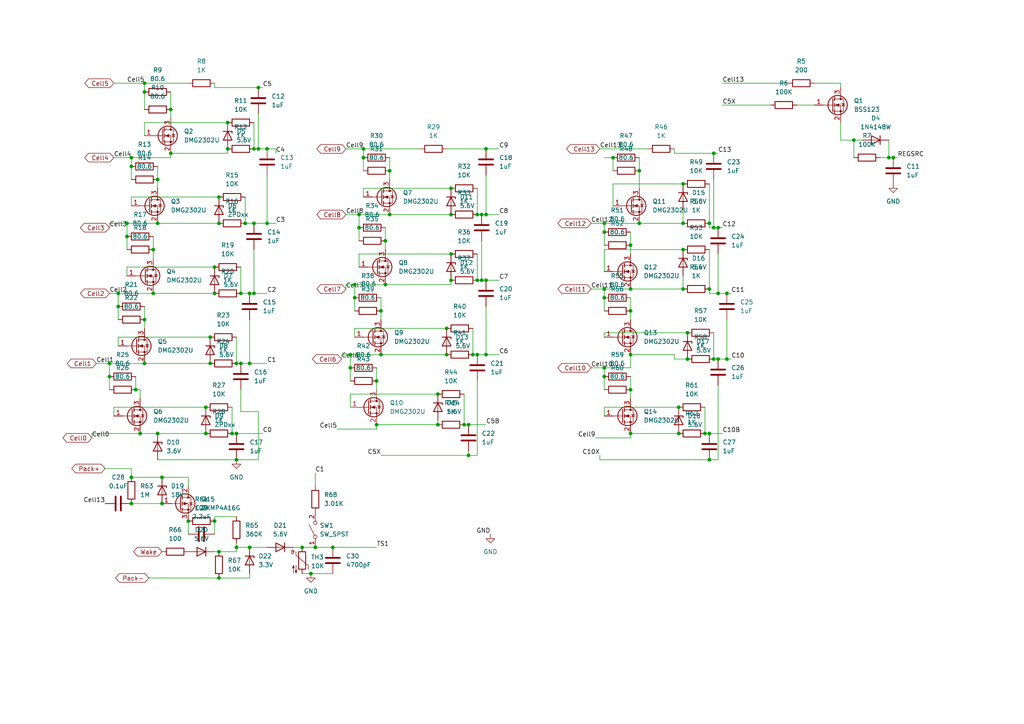
<source format=kicad_sch>
(kicad_sch (version 20250114) (generator "eeschema") (generator_version "9.0")
  (paper "A4")
  (lib_symbols
    (symbol "Device:C" (pin_numbers (hide yes)) (pin_names (offset 0.254))
      (property "Reference" "C" (at 0.635 2.54 0))
      (property "Value" "C" (at 0.635 -2.54 0))
      (symbol "C_1_1"
        (pin passive line (at 0 3.81 270) (length 2.794) (name "~") (number "1"))
        (pin passive line (at 0 -3.81 90) (length 2.794) (name "~") (number "2"))
      )
    )
    (symbol "Device:D" (pin_numbers (hide yes)) (pin_names (offset 1.016) (hide yes))
      (property "Reference" "D" (at 0 2.54 0))
      (property "Value" "D" (at 0 -2.54 0))
      (symbol "D_1_1"
        (pin passive line (at -3.81 0 0) (length 2.54) (name "K") (number "1"))
        (pin passive line (at 3.81 0 180) (length 2.54) (name "A") (number "2"))
      )
    )
    (symbol "Device:R" (pin_numbers (hide yes)) (pin_names (offset 0))
      (property "Reference" "R" (at 2.032 0 90))
      (property "Value" "R" (at 0 0 90))
      (symbol "R_1_1"
        (pin passive line (at 0 3.81 270) (length 1.27) (name "~") (number "1"))
        (pin passive line (at 0 -3.81 90) (length 1.27) (name "~") (number "2"))
      )
    )
    (symbol "Device:Thermistor_NTC" (pin_numbers (hide yes)) (pin_names (offset 0))
      (property "Reference" "TH" (at -4.445 0 90))
      (property "Value" "Thermistor_NTC" (at 3.175 0 90))
      (symbol "Thermistor_NTC_1_1"
        (pin passive line (at 0 3.81 270) (length 1.27) (name "~") (number "1"))
        (pin passive line (at 0 -3.81 90) (length 1.27) (name "~") (number "2"))
      )
    )
    (symbol "Diode:1N4148W" (pin_numbers (hide yes)) (pin_names (hide yes))
      (property "Reference" "D" (at 0 2.54 0))
      (property "Value" "1N4148W" (at 0 -2.54 0))
      (symbol "1N4148W_1_1"
        (pin passive line (at -3.81 0 0) (length 2.54) (name "K") (number "1"))
        (pin passive line (at 3.81 0 180) (length 2.54) (name "A") (number "2"))
      )
    )
    (symbol "Diode:ZMMxx" (pin_numbers (hide yes)) (pin_names (hide yes))
      (property "Reference" "D" (at 0 2.54 0))
      (property "Value" "ZMMxx" (at 0 -2.54 0))
      (symbol "ZMMxx_1_1"
        (pin passive line (at -3.81 0 0) (length 2.54) (name "K") (number "1"))
        (pin passive line (at 3.81 0 180) (length 2.54) (name "A") (number "2"))
      )
    )
    (symbol "Diode:ZPDxx" (pin_numbers (hide yes)) (pin_names (hide yes))
      (property "Reference" "D" (at 0 2.54 0))
      (property "Value" "ZPDxx" (at 0 -2.54 0))
      (symbol "ZPDxx_1_1"
        (pin passive line (at -3.81 0 0) (length 2.54) (name "K") (number "1"))
        (pin passive line (at 3.81 0 180) (length 2.54) (name "A") (number "2"))
      )
    )
    (symbol "Switch:SW_SPST" (pin_names (offset 0) (hide yes))
      (property "Reference" "SW" (at 0 3.175 0))
      (property "Value" "SW_SPST" (at 0 -2.54 0))
      (symbol "SW_SPST_1_1"
        (pin passive line (at -5.08 0 0) (length 2.54) (name "A") (number "1"))
        (pin passive line (at 5.08 0 180) (length 2.54) (name "B") (number "2"))
      )
    )
    (symbol "Transistor_FET:BSS123" (pin_names (hide yes))
      (property "Reference" "Q" (at 5.08 1.905 0))
      (property "Value" "BSS123" (at 5.08 0 0))
      (symbol "BSS123_1_1"
        (pin input line (at -5.08 0 0) (length 2.54) (name "G") (number "1"))
        (pin passive line (at 2.54 5.08 270) (length 2.54) (name "D") (number "3"))
        (pin passive line (at 2.54 -5.08 90) (length 2.54) (name "S") (number "2"))
      )
    )
    (symbol "Transistor_FET:DMG2302U" (pin_names (hide yes))
      (property "Reference" "Q" (at 5.08 1.905 0))
      (property "Value" "DMG2302U" (at 5.08 0 0))
      (symbol "DMG2302U_1_1"
        (pin input line (at -5.08 0 0) (length 2.54) (name "G") (number "1"))
        (pin passive line (at 2.54 5.08 270) (length 2.54) (name "D") (number "3"))
        (pin passive line (at 2.54 -5.08 90) (length 2.54) (name "S") (number "2"))
      )
    )
    (symbol "Transistor_FET:ZXMP4A16G" (pin_names (hide yes))
      (property "Reference" "Q" (at 5.08 1.905 0))
      (property "Value" "ZXMP4A16G" (at 5.08 0 0))
      (symbol "ZXMP4A16G_1_1"
        (pin input line (at -5.08 0 0) (length 2.54) (name "G") (number "1"))
        (pin passive line (at 2.54 5.08 270) (length 2.54) (name "D") (number "2"))
        (pin passive line (at 2.54 -5.08 90) (length 2.54) (name "S") (number "3"))
      )
    )
    (symbol "power:GND" (power) (pin_numbers (hide yes)) (pin_names (offset 0) (hide yes))
      (property "Value" "GND" (at 0 -3.81 0))
      (symbol "GND_1_1"
        (pin power_in line (at 0 0 270) (length 0) (name "~") (number "1"))
      )
    )
  )
  (junction (at 31.75 109.22))
  (junction (at 205.74 125.73))
  (junction (at 39.37 113.03))
  (junction (at 49.53 31.75))
  (junction (at 38.1 48.26))
  (junction (at 140.97 62.23))
  (junction (at 34.29 85.09))
  (junction (at 247.65 40.64))
  (junction (at 198.12 53.34))
  (junction (at 182.88 125.73))
  (junction (at 67.31 125.73))
  (junction (at 110.49 102.87))
  (junction (at 63.5 167.64))
  (junction (at 199.39 104.14))
  (junction (at 60.96 105.41))
  (junction (at 127 114.3))
  (junction (at 182.88 90.17))
  (junction (at 36.83 68.58))
  (junction (at 91.44 158.75))
  (junction (at 73.66 85.09))
  (junction (at 41.91 105.41))
  (junction (at 44.45 85.09))
  (junction (at 77.47 64.77))
  (junction (at 105.41 43.18))
  (junction (at 62.23 151.13))
  (junction (at 175.26 106.68))
  (junction (at 74.93 43.18))
  (junction (at 62.23 85.09))
  (junction (at 185.42 64.77))
  (junction (at 68.58 133.35))
  (junction (at 71.12 64.77))
  (junction (at 45.72 64.77))
  (junction (at 208.28 66.04))
  (junction (at 196.85 118.11))
  (junction (at 208.28 104.14))
  (junction (at 207.01 104.14))
  (junction (at 113.03 62.23))
  (junction (at 63.5 64.77))
  (junction (at 137.16 102.87))
  (junction (at 104.14 62.23))
  (junction (at 45.72 52.07))
  (junction (at 102.87 82.55))
  (junction (at 96.52 158.75))
  (junction (at 134.62 123.19))
  (junction (at 140.97 81.28))
  (junction (at 175.26 109.22))
  (junction (at 113.03 49.53))
  (junction (at 175.26 67.31))
  (junction (at 205.74 83.82))
  (junction (at 138.43 102.87))
  (junction (at 127 123.19))
  (junction (at 68.58 125.73))
  (junction (at 109.22 110.49))
  (junction (at 66.04 35.56))
  (junction (at 259.08 45.72))
  (junction (at 182.88 102.87))
  (junction (at 140.97 43.18))
  (junction (at 185.42 49.53))
  (junction (at 41.91 26.67))
  (junction (at 74.93 25.4))
  (junction (at 49.53 44.45))
  (junction (at 87.63 158.75))
  (junction (at 130.81 54.61))
  (junction (at 38.1 138.43))
  (junction (at 36.83 64.77))
  (junction (at 182.88 71.12))
  (junction (at 44.45 72.39))
  (junction (at 111.76 82.55))
  (junction (at 45.72 125.73))
  (junction (at 257.81 45.72))
  (junction (at 207.01 44.45))
  (junction (at 102.87 86.36))
  (junction (at 60.96 97.79))
  (junction (at 130.81 62.23))
  (junction (at 109.22 123.19))
  (junction (at 175.26 64.77))
  (junction (at 130.81 73.66))
  (junction (at 38.1 146.05))
  (junction (at 130.81 81.28))
  (junction (at 196.85 125.73))
  (junction (at 198.12 64.77))
  (junction (at 46.99 146.05))
  (junction (at 210.82 85.09))
  (junction (at 199.39 96.52))
  (junction (at 129.54 102.87))
  (junction (at 101.6 102.87))
  (junction (at 135.89 132.08))
  (junction (at 205.74 133.35))
  (junction (at 63.5 160.02))
  (junction (at 63.5 57.15))
  (junction (at 77.47 43.18))
  (junction (at 138.43 62.23))
  (junction (at 101.6 106.68))
  (junction (at 182.88 113.03))
  (junction (at 175.26 83.82))
  (junction (at 73.66 64.77))
  (junction (at 129.54 95.25))
  (junction (at 204.47 125.73))
  (junction (at 73.66 43.18))
  (junction (at 138.43 81.28))
  (junction (at 135.89 123.19))
  (junction (at 68.58 158.75))
  (junction (at 72.39 158.75))
  (junction (at 54.61 151.13))
  (junction (at 177.8 45.72))
  (junction (at 208.28 85.09))
  (junction (at 198.12 83.82))
  (junction (at 34.29 88.9))
  (junction (at 41.91 24.13))
  (junction (at 182.88 83.82))
  (junction (at 69.85 105.41))
  (junction (at 175.26 86.36))
  (junction (at 62.23 77.47))
  (junction (at 38.1 45.72))
  (junction (at 105.41 45.72))
  (junction (at 59.69 125.73))
  (junction (at 110.49 90.17))
  (junction (at 68.58 105.41))
  (junction (at 66.04 43.18))
  (junction (at 31.75 105.41))
  (junction (at 207.01 66.04))
  (junction (at 72.39 105.41))
  (junction (at 46.99 138.43))
  (junction (at 111.76 69.85))
  (junction (at 104.14 66.04))
  (junction (at 41.91 92.71))
  (junction (at 205.74 64.77))
  (junction (at 198.12 72.39))
  (junction (at 140.97 102.87))
  (junction (at 72.39 85.09))
  (junction (at 59.69 118.11))
  (junction (at 210.82 104.14))
  (junction (at 139.7 81.28))
  (junction (at 69.85 85.09))
  (junction (at 90.17 166.37))
  (junction (at 40.64 125.73))
  (junction (at 139.7 62.23))
  (wire (pts (xy 137.16 95.25) (xy 137.16 102.87)))
  (wire (pts (xy 90.17 166.37) (xy 96.52 166.37)))
  (wire (pts (xy 182.88 86.36) (xy 182.88 90.17)))
  (wire (pts (xy 54.61 151.13) (xy 54.61 154.94)))
  (wire (pts (xy 62.23 151.13) (xy 62.23 154.94)))
  (wire (pts (xy 204.47 118.11) (xy 204.47 125.73)))
  (wire (pts (xy 38.1 45.72) (xy 38.1 48.26)))
  (wire (pts (xy 44.45 68.58) (xy 44.45 72.39)))
  (wire (pts (xy 182.88 102.87) (xy 195.58 102.87)))
  (wire (pts (xy 31.75 105.41) (xy 41.91 105.41)))
  (wire (pts (xy 138.43 73.66) (xy 138.43 81.28)))
  (wire (pts (xy 73.66 64.77) (xy 77.47 64.77)))
  (wire (pts (xy 140.97 62.23) (xy 144.78 62.23)))
  (wire (pts (xy 80.01 43.18) (xy 80.01 44.45)))
  (wire (pts (xy 74.93 33.02) (xy 74.93 43.18)))
  (wire (pts (xy 138.43 81.28) (xy 139.7 81.28)))
  (wire (pts (xy 36.83 64.77) (xy 36.83 68.58)))
  (wire (pts (xy 72.39 158.75) (xy 68.58 158.75)))
  (wire (pts (xy 127 123.19) (xy 127 121.92)))
  (wire (pts (xy 111.76 69.85) (xy 111.76 72.39)))
  (wire (pts (xy 182.88 90.17) (xy 182.88 92.71)))
  (wire (pts (xy 185.42 64.77) (xy 198.12 64.77)))
  (wire (pts (xy 182.88 109.22) (xy 182.88 113.03)))
  (wire (pts (xy 208.28 85.09) (xy 205.74 85.09)))
  (wire (pts (xy 247.65 40.64) (xy 250.19 40.64)))
  (wire (pts (xy 76.2 25.4) (xy 74.93 25.4)))
  (wire (pts (xy 182.88 102.87) (xy 182.88 106.68)))
  (wire (pts (xy 104.14 62.23) (xy 104.14 66.04)))
  (wire (pts (xy 38.1 138.43) (xy 38.1 135.89)))
  (wire (pts (xy 77.47 43.18) (xy 80.01 43.18)))
  (wire (pts (xy 175.26 64.77) (xy 175.26 67.31)))
  (wire (pts (xy 205.74 85.09) (xy 205.74 83.82)))
  (wire (pts (xy 137.16 102.87) (xy 138.43 102.87)))
  (wire (pts (xy 85.09 158.75) (xy 87.63 158.75)))
  (wire (pts (xy 102.87 82.55) (xy 102.87 86.36)))
  (wire (pts (xy 74.93 43.18) (xy 77.47 43.18)))
  (wire (pts (xy 208.28 73.66) (xy 208.28 85.09)))
  (wire (pts (xy 104.14 62.23) (xy 113.03 62.23)))
  (wire (pts (xy 257.81 45.72) (xy 259.08 45.72)))
  (wire (pts (xy 140.97 81.28) (xy 144.78 81.28)))
  (wire (pts (xy 62.23 25.4) (xy 62.23 24.13)))
  (wire (pts (xy 204.47 125.73) (xy 205.74 125.73)))
  (wire (pts (xy 40.64 113.03) (xy 39.37 113.03)))
  (wire (pts (xy 209.55 30.48) (xy 223.52 30.48)))
  (wire (pts (xy 44.45 72.39) (xy 44.45 74.93)))
  (wire (pts (xy 196.85 118.11) (xy 175.26 118.11)))
  (wire (pts (xy 195.58 102.87) (xy 195.58 104.14)))
  (wire (pts (xy 208.28 44.45) (xy 207.01 44.45)))
  (wire (pts (xy 69.85 77.47) (xy 69.85 85.09)))
  (wire (pts (xy 49.53 26.67) (xy 49.53 31.75)))
  (wire (pts (xy 45.72 64.77) (xy 36.83 64.77)))
  (wire (pts (xy 140.97 88.9) (xy 140.97 102.87)))
  (wire (pts (xy 135.89 123.19) (xy 140.97 123.19)))
  (wire (pts (xy 91.44 158.75) (xy 96.52 158.75)))
  (wire (pts (xy 102.87 95.25) (xy 102.87 97.79)))
  (wire (pts (xy 102.87 82.55) (xy 100.33 82.55)))
  (wire (pts (xy 39.37 109.22) (xy 39.37 113.03)))
  (wire (pts (xy 182.88 106.68) (xy 175.26 106.68)))
  (wire (pts (xy 33.02 45.72) (xy 38.1 45.72)))
  (wire (pts (xy 172.72 127) (xy 182.88 127)))
  (wire (pts (xy 26.67 125.73) (xy 26.67 127)))
  (wire (pts (xy 140.97 50.8) (xy 140.97 62.23)))
  (wire (pts (xy 45.72 64.77) (xy 63.5 64.77)))
  (wire (pts (xy 195.58 104.14) (xy 199.39 104.14)))
  (wire (pts (xy 38.1 138.43) (xy 46.99 138.43)))
  (wire (pts (xy 105.41 45.72) (xy 105.41 49.53)))
  (wire (pts (xy 100.33 43.18) (xy 105.41 43.18)))
  (wire (pts (xy 111.76 82.55) (xy 102.87 82.55)))
  (wire (pts (xy 101.6 102.87) (xy 101.6 106.68)))
  (wire (pts (xy 44.45 85.09) (xy 62.23 85.09)))
  (wire (pts (xy 97.79 124.46) (xy 109.22 124.46)))
  (wire (pts (xy 91.44 137.16) (xy 91.44 140.97)))
  (wire (pts (xy 175.26 109.22) (xy 175.26 113.03)))
  (wire (pts (xy 34.29 88.9) (xy 34.29 92.71)))
  (wire (pts (xy 257.81 40.64) (xy 257.81 45.72)))
  (wire (pts (xy 236.22 24.13) (xy 243.84 24.13)))
  (wire (pts (xy 34.29 85.09) (xy 44.45 85.09)))
  (wire (pts (xy 45.72 133.35) (xy 68.58 133.35)))
  (wire (pts (xy 36.83 68.58) (xy 36.83 72.39)))
  (wire (pts (xy 54.61 140.97) (xy 54.61 138.43)))
  (wire (pts (xy 77.47 50.8) (xy 77.47 64.77)))
  (wire (pts (xy 87.63 158.75) (xy 91.44 158.75)))
  (wire (pts (xy 208.28 66.04) (xy 207.01 66.04)))
  (wire (pts (xy 73.66 85.09) (xy 77.47 85.09)))
  (wire (pts (xy 210.82 92.71) (xy 210.82 104.14)))
  (wire (pts (xy 171.45 64.77) (xy 175.26 64.77)))
  (wire (pts (xy 212.09 85.09) (xy 210.82 85.09)))
  (wire (pts (xy 62.23 77.47) (xy 36.83 77.47)))
  (wire (pts (xy 68.58 125.73) (xy 76.2 125.73)))
  (wire (pts (xy 38.1 146.05) (xy 46.99 146.05)))
  (wire (pts (xy 205.74 125.73) (xy 209.55 125.73)))
  (wire (pts (xy 73.66 43.18) (xy 74.93 43.18)))
  (wire (pts (xy 198.12 83.82) (xy 198.12 80.01)))
  (wire (pts (xy 110.49 102.87) (xy 129.54 102.87)))
  (wire (pts (xy 109.22 123.19) (xy 127 123.19)))
  (wire (pts (xy 68.58 105.41) (xy 69.85 105.41)))
  (wire (pts (xy 45.72 52.07) (xy 45.72 54.61)))
  (wire (pts (xy 113.03 45.72) (xy 113.03 49.53)))
  (wire (pts (xy 68.58 149.86) (xy 62.23 149.86)))
  (wire (pts (xy 175.26 106.68) (xy 171.45 106.68)))
  (wire (pts (xy 72.39 85.09) (xy 73.66 85.09)))
  (wire (pts (xy 31.75 113.03) (xy 31.75 109.22)))
  (wire (pts (xy 175.26 106.68) (xy 175.26 109.22)))
  (wire (pts (xy 182.88 127) (xy 182.88 125.73)))
  (wire (pts (xy 36.83 77.47) (xy 36.83 80.01)))
  (wire (pts (xy 74.93 25.4) (xy 62.23 25.4)))
  (wire (pts (xy 31.75 109.22) (xy 31.75 105.41)))
  (wire (pts (xy 102.87 86.36) (xy 102.87 90.17)))
  (wire (pts (xy 110.49 86.36) (xy 110.49 90.17)))
  (wire (pts (xy 210.82 104.14) (xy 212.09 104.14)))
  (wire (pts (xy 27.94 105.41) (xy 31.75 105.41)))
  (wire (pts (xy 110.49 132.08) (xy 135.89 132.08)))
  (wire (pts (xy 41.91 35.56) (xy 41.91 39.37)))
  (wire (pts (xy 171.45 83.82) (xy 175.26 83.82)))
  (wire (pts (xy 69.85 119.38) (xy 74.93 119.38)))
  (wire (pts (xy 100.33 82.55) (xy 100.33 83.82)))
  (wire (pts (xy 40.64 125.73) (xy 26.67 125.73)))
  (wire (pts (xy 72.39 105.41) (xy 77.47 105.41)))
  (wire (pts (xy 71.12 57.15) (xy 71.12 64.77)))
  (wire (pts (xy 41.91 24.13) (xy 41.91 26.67)))
  (wire (pts (xy 69.85 105.41) (xy 72.39 105.41)))
  (wire (pts (xy 207.01 66.04) (xy 205.74 66.04)))
  (wire (pts (xy 72.39 166.37) (xy 72.39 167.64)))
  (wire (pts (xy 175.26 118.11) (xy 175.26 120.65)))
  (wire (pts (xy 175.26 83.82) (xy 175.26 86.36)))
  (wire (pts (xy 66.04 44.45) (xy 66.04 43.18)))
  (wire (pts (xy 77.47 64.77) (xy 80.01 64.77)))
  (wire (pts (xy 104.14 66.04) (xy 104.14 69.85)))
  (wire (pts (xy 247.65 40.64) (xy 247.65 45.72)))
  (wire (pts (xy 139.7 81.28) (xy 140.97 81.28)))
  (wire (pts (xy 31.75 85.09) (xy 34.29 85.09)))
  (wire (pts (xy 46.99 138.43) (xy 54.61 138.43)))
  (wire (pts (xy 177.8 53.34) (xy 177.8 59.69)))
  (wire (pts (xy 38.1 48.26) (xy 38.1 52.07)))
  (wire (pts (xy 74.93 133.35) (xy 68.58 133.35)))
  (wire (pts (xy 130.81 54.61) (xy 105.41 54.61)))
  (wire (pts (xy 73.66 72.39) (xy 73.66 85.09)))
  (wire (pts (xy 109.22 124.46) (xy 109.22 123.19)))
  (wire (pts (xy 110.49 102.87) (xy 101.6 102.87)))
  (wire (pts (xy 101.6 106.68) (xy 101.6 110.49)))
  (wire (pts (xy 99.06 102.87) (xy 99.06 104.14)))
  (wire (pts (xy 113.03 49.53) (xy 113.03 52.07)))
  (wire (pts (xy 198.12 72.39) (xy 175.26 72.39)))
  (wire (pts (xy 49.53 31.75) (xy 49.53 34.29)))
  (wire (pts (xy 38.1 57.15) (xy 38.1 59.69)))
  (wire (pts (xy 139.7 62.23) (xy 140.97 62.23)))
  (wire (pts (xy 243.84 35.56) (xy 243.84 40.64)))
  (wire (pts (xy 101.6 114.3) (xy 101.6 118.11)))
  (wire (pts (xy 49.53 45.72) (xy 49.53 44.45)))
  (wire (pts (xy 139.7 69.85) (xy 139.7 81.28)))
  (wire (pts (xy 109.22 106.68) (xy 109.22 110.49)))
  (wire (pts (xy 101.6 102.87) (xy 99.06 102.87)))
  (wire (pts (xy 33.02 24.13) (xy 41.91 24.13)))
  (wire (pts (xy 138.43 132.08) (xy 135.89 132.08)))
  (wire (pts (xy 173.99 43.18) (xy 187.96 43.18)))
  (wire (pts (xy 185.42 45.72) (xy 185.42 49.53)))
  (wire (pts (xy 41.91 92.71) (xy 41.91 95.25)))
  (wire (pts (xy 38.1 135.89) (xy 30.48 135.89)))
  (wire (pts (xy 138.43 102.87) (xy 140.97 102.87)))
  (wire (pts (xy 40.64 125.73) (xy 45.72 125.73)))
  (wire (pts (xy 36.83 64.77) (xy 31.75 64.77)))
  (wire (pts (xy 62.23 149.86) (xy 62.23 151.13)))
  (wire (pts (xy 105.41 54.61) (xy 105.41 57.15)))
  (wire (pts (xy 74.93 119.38) (xy 74.93 133.35)))
  (wire (pts (xy 41.91 26.67) (xy 41.91 31.75)))
  (wire (pts (xy 140.97 102.87) (xy 144.78 102.87)))
  (wire (pts (xy 138.43 62.23) (xy 139.7 62.23)))
  (wire (pts (xy 210.82 85.09) (xy 208.28 85.09)))
  (wire (pts (xy 33.02 118.11) (xy 33.02 120.65)))
  (wire (pts (xy 38.1 45.72) (xy 49.53 45.72)))
  (wire (pts (xy 182.88 125.73) (xy 196.85 125.73)))
  (wire (pts (xy 185.42 49.53) (xy 185.42 54.61)))
  (wire (pts (xy 255.27 45.72) (xy 257.81 45.72)))
  (wire (pts (xy 41.91 24.13) (xy 54.61 24.13)))
  (wire (pts (xy 63.5 57.15) (xy 38.1 57.15)))
  (wire (pts (xy 182.88 67.31) (xy 182.88 71.12)))
  (wire (pts (xy 127 114.3) (xy 101.6 114.3)))
  (wire (pts (xy 130.81 73.66) (xy 104.14 73.66)))
  (wire (pts (xy 231.14 30.48) (xy 236.22 30.48)))
  (wire (pts (xy 207.01 52.07) (xy 207.01 66.04)))
  (wire (pts (xy 182.88 113.03) (xy 182.88 115.57)))
  (wire (pts (xy 243.84 24.13) (xy 243.84 25.4)))
  (wire (pts (xy 175.26 64.77) (xy 185.42 64.77)))
  (wire (pts (xy 199.39 96.52) (xy 175.26 96.52)))
  (wire (pts (xy 175.26 72.39) (xy 175.26 78.74)))
  (wire (pts (xy 72.39 167.64) (xy 63.5 167.64)))
  (wire (pts (xy 73.66 35.56) (xy 73.66 43.18)))
  (wire (pts (xy 129.54 95.25) (xy 102.87 95.25)))
  (wire (pts (xy 113.03 62.23) (xy 130.81 62.23)))
  (wire (pts (xy 209.55 24.13) (xy 228.6 24.13)))
  (wire (pts (xy 34.29 97.79) (xy 34.29 100.33)))
  (wire (pts (xy 205.74 133.35) (xy 208.28 133.35)))
  (wire (pts (xy 182.88 71.12) (xy 182.88 73.66)))
  (wire (pts (xy 205.74 72.39) (xy 205.74 83.82)))
  (wire (pts (xy 135.89 132.08) (xy 135.89 130.81)))
  (wire (pts (xy 173.99 133.35) (xy 205.74 133.35)))
  (wire (pts (xy 208.28 104.14) (xy 210.82 104.14)))
  (wire (pts (xy 198.12 53.34) (xy 177.8 53.34)))
  (wire (pts (xy 173.99 133.35) (xy 173.99 132.08)))
  (wire (pts (xy 138.43 110.49) (xy 138.43 132.08)))
  (wire (pts (xy 177.8 45.72) (xy 177.8 49.53)))
  (wire (pts (xy 105.41 43.18) (xy 105.41 45.72)))
  (wire (pts (xy 140.97 43.18) (xy 144.78 43.18)))
  (wire (pts (xy 59.69 118.11) (xy 33.02 118.11)))
  (wire (pts (xy 110.49 90.17) (xy 110.49 92.71)))
  (wire (pts (xy 66.04 35.56) (xy 41.91 35.56)))
  (wire (pts (xy 111.76 82.55) (xy 130.81 82.55)))
  (wire (pts (xy 68.58 157.48) (xy 68.58 158.75)))
  (wire (pts (xy 68.58 158.75) (xy 68.58 160.02)))
  (wire (pts (xy 62.23 160.02) (xy 63.5 160.02)))
  (wire (pts (xy 208.28 111.76) (xy 208.28 133.35)))
  (wire (pts (xy 104.14 73.66) (xy 104.14 77.47)))
  (wire (pts (xy 49.53 44.45) (xy 66.04 44.45)))
  (wire (pts (xy 205.74 53.34) (xy 205.74 64.77)))
  (wire (pts (xy 130.81 82.55) (xy 130.81 81.28)))
  (wire (pts (xy 198.12 64.77) (xy 198.12 60.96)))
  (wire (pts (xy 195.58 44.45) (xy 195.58 43.18)))
  (wire (pts (xy 175.26 83.82) (xy 182.88 83.82)))
  (wire (pts (xy 69.85 113.03) (xy 69.85 119.38)))
  (wire (pts (xy 243.84 40.64) (xy 247.65 40.64)))
  (wire (pts (xy 43.18 167.64) (xy 63.5 167.64)))
  (wire (pts (xy 87.63 166.37) (xy 90.17 166.37)))
  (wire (pts (xy 134.62 114.3) (xy 134.62 123.19)))
  (wire (pts (xy 175.26 67.31) (xy 175.26 71.12)))
  (wire (pts (xy 207.01 44.45) (xy 195.58 44.45)))
  (wire (pts (xy 182.88 83.82) (xy 198.12 83.82)))
  (wire (pts (xy 41.91 105.41) (xy 60.96 105.41)))
  (wire (pts (xy 71.12 64.77) (xy 73.66 64.77)))
  (wire (pts (xy 68.58 97.79) (xy 68.58 105.41)))
  (wire (pts (xy 67.31 125.73) (xy 68.58 125.73)))
  (wire (pts (xy 175.26 86.36) (xy 175.26 90.17)))
  (wire (pts (xy 45.72 48.26) (xy 45.72 52.07)))
  (wire (pts (xy 207.01 104.14) (xy 208.28 104.14)))
  (wire (pts (xy 100.33 62.23) (xy 104.14 62.23)))
  (wire (pts (xy 45.72 125.73) (xy 59.69 125.73)))
  (wire (pts (xy 69.85 85.09) (xy 72.39 85.09)))
  (wire (pts (xy 31.75 64.77) (xy 31.75 66.04)))
  (wire (pts (xy 259.08 45.72) (xy 260.35 45.72)))
  (wire (pts (xy 63.5 160.02) (xy 68.58 160.02)))
  (wire (pts (xy 209.55 66.04) (xy 208.28 66.04)))
  (wire (pts (xy 105.41 43.18) (xy 121.92 43.18)))
  (wire (pts (xy 109.22 110.49) (xy 109.22 113.03)))
  (wire (pts (xy 205.74 66.04) (xy 205.74 64.77)))
  (wire (pts (xy 77.47 158.75) (xy 72.39 158.75)))
  (wire (pts (xy 60.96 97.79) (xy 34.29 97.79)))
  (wire (pts (xy 40.64 115.57) (xy 40.64 113.03)))
  (wire (pts (xy 175.26 45.72) (xy 177.8 45.72)))
  (wire (pts (xy 67.31 118.11) (xy 67.31 125.73)))
  (wire (pts (xy 34.29 85.09) (xy 34.29 88.9)))
  (wire (pts (xy 111.76 66.04) (xy 111.76 69.85)))
  (wire (pts (xy 138.43 54.61) (xy 138.43 62.23)))
  (wire (pts (xy 175.26 96.52) (xy 175.26 97.79)))
  (wire (pts (xy 134.62 123.19) (xy 135.89 123.19)))
  (wire (pts (xy 72.39 92.71) (xy 72.39 105.41)))
  (wire (pts (xy 41.91 88.9) (xy 41.91 92.71)))
  (wire (pts (xy 96.52 158.75) (xy 109.22 158.75)))
  (wire (pts (xy 207.01 96.52) (xy 207.01 104.14)))
  (wire (pts (xy 129.54 43.18) (xy 140.97 43.18)))
  (label "Cell13" (at 209.55 24.13 0))
  (label "C2" (at 77.47 85.09 0))
  (label "REGSRC" (at 260.35 45.72 0))
  (label "Cell6" (at 99.06 104.14 0))
  (label "Cell2" (at 31.75 85.09 0))
  (label "Cell4" (at 33.02 45.72 0))
  (label "C12" (at 209.55 66.04 0))
  (label "C11" (at 212.09 85.09 0))
  (label "C5X" (at 209.55 30.48 0))
  (label "Cell12" (at 171.45 64.77 0))
  (label "C5B" (at 140.97 123.19 0))
  (label "Cell13" (at 30.48 146.05 180))
  (label "C0" (at 76.2 125.73 0))
  (label "TS1" (at 109.22 158.75 0))
  (label "C3" (at 80.01 64.77 0))
  (label "Cell5" (at 97.79 124.46 180))
  (label "Cell5" (at 36.83 24.13 0))
  (label "C13" (at 208.28 44.45 0))
  (label "C4" (at 80.01 44.45 0))
  (label "C1" (at 77.47 105.41 0))
  (label "C9" (at 144.78 43.18 0))
  (label "C5X" (at 110.49 132.08 180))
  (label "Cell11" (at 171.45 83.82 0))
  (label "Cell8" (at 100.33 62.23 0))
  (label "C10" (at 212.09 104.14 0))
  (label "GND" (at 142.24 154.94 180))
  (label "C8" (at 144.78 62.23 0))
  (label "Cell3" (at 31.75 66.04 0))
  (label "Cell9" (at 172.72 127 180))
  (label "Cell7" (at 100.33 83.82 0))
  (label "C7" (at 144.78 81.28 0))
  (label "Cell10" (at 171.45 106.68 0))
  (label "Cell0" (at 26.67 127 0))
  (label "C10X" (at 173.99 132.08 180))
  (label "Cell1" (at 27.94 105.41 0))
  (label "C10B" (at 209.55 125.73 0))
  (label "C6" (at 144.78 102.87 0))
  (label "Cell9" (at 100.33 43.18 0))
  (label "C5" (at 76.2 25.4 0))
  (label "Cell13" (at 173.99 43.18 0))
  (label "C1" (at 91.44 137.16 0))
  (global_label "Cell0" (shape bidirectional) (at 26.67 127 180) (property "Intersheetrefs" "${INTERSHEET_REFS}" (effects (hide yes))))
  (global_label "Pack-" (shape bidirectional) (at 43.18 167.64 180) (property "Intersheetrefs" "${INTERSHEET_REFS}" (effects (hide yes))))
  (global_label "Cell7" (shape bidirectional) (at 100.33 83.82 180) (property "Intersheetrefs" "${INTERSHEET_REFS}" (effects (hide yes))))
  (global_label "Cell5" (shape bidirectional) (at 33.02 24.13 180) (property "Intersheetrefs" "${INTERSHEET_REFS}" (effects (hide yes))))
  (global_label "Cell4" (shape bidirectional) (at 33.02 45.72 180) (property "Intersheetrefs" "${INTERSHEET_REFS}" (effects (hide yes))))
  (global_label "Wake" (shape bidirectional) (at 46.99 160.02 180) (property "Intersheetrefs" "${INTERSHEET_REFS}" (effects (hide yes))))
  (global_label "Cell10" (shape bidirectional) (at 171.45 106.68 180) (property "Intersheetrefs" "${INTERSHEET_REFS}" (effects (hide yes))))
  (global_label "Cell3" (shape bidirectional) (at 31.75 66.04 180) (property "Intersheetrefs" "${INTERSHEET_REFS}" (effects (hide yes))))
  (global_label "Cell13" (shape bidirectional) (at 173.99 43.18 180) (property "Intersheetrefs" "${INTERSHEET_REFS}" (effects (hide yes))))
  (global_label "Cell11" (shape bidirectional) (at 171.45 83.82 180) (property "Intersheetrefs" "${INTERSHEET_REFS}" (effects (hide yes))))
  (global_label "Cell8" (shape bidirectional) (at 100.33 62.23 180) (property "Intersheetrefs" "${INTERSHEET_REFS}" (effects (hide yes))))
  (global_label "Cell12" (shape bidirectional) (at 171.45 64.77 180) (property "Intersheetrefs" "${INTERSHEET_REFS}" (effects (hide yes))))
  (global_label "Cell1" (shape bidirectional) (at 27.94 105.41 180) (property "Intersheetrefs" "${INTERSHEET_REFS}" (effects (hide yes))))
  (global_label "Pack+" (shape bidirectional) (at 30.48 135.89 180) (property "Intersheetrefs" "${INTERSHEET_REFS}" (effects (hide yes))))
  (global_label "Cell2" (shape bidirectional) (at 31.75 85.09 180) (property "Intersheetrefs" "${INTERSHEET_REFS}" (effects (hide yes))))
  (global_label "Cell6" (shape bidirectional) (at 99.06 104.14 180) (property "Intersheetrefs" "${INTERSHEET_REFS}" (effects (hide yes))))
  (global_label "Cell9" (shape bidirectional) (at 100.33 43.18 180) (property "Intersheetrefs" "${INTERSHEET_REFS}" (effects (hide yes))))
  (symbol (lib_id "Device:C") (at 58.42 154.94 90) (unit 1)
    (property "Reference" "C29" (at 58.42 147.32 90))
    (property "Value" "2.2uF" (at 58.42 149.86 90))
    (property "Footprint" "Library:Capacitor_0603_Fixed_Clean (2)" (effects (hide yes)))
    (property "Description" "Unpolarized capacitor" (effects (hide yes)))
  )
  (symbol (lib_id "power:GND") (at 142.24 154.94 0) (unit 1)
    (property "Reference" "#PWR08" (effects (hide yes)))
    (property "Value" "GND" (at 142.24 160.02 0))
    (property "Description" "Power symbol creates a global label with name \"GND\" , ground" (effects (hide yes)))
  )
  (symbol (lib_id "Device:D") (at 81.28 158.75 180) (unit 1)
    (property "Reference" "D21" (at 81.28 152.4 0))
    (property "Value" "5.6V" (at 81.28 154.94 0))
    (property "Footprint" "Diode_THT:D_DO-35_SOD27_P10.16mm_Horizontal" (effects (hide yes)))
    (property "Description" "Diode" (effects (hide yes)))
    (property "Sim.Device" "D" (effects (hide yes)))
    (property "Sim.Pins" "1=K 2=A" (effects (hide yes)))
  )
  (symbol (lib_id "Device:R") (at 181.61 49.53 90) (unit 1)
    (property "Reference" "R48" (at 181.61 43.18 90))
    (property "Value" "80.6" (at 181.61 45.72 90))
    (property "Footprint" "Library:R_0603_1608Metric_Corrected" (effects (hide yes)))
    (property "Description" "Resistor" (effects (hide yes)))
  )
  (symbol (lib_id "Device:R") (at 179.07 113.03 90) (unit 1)
    (property "Reference" "R60" (at 179.07 106.68 90))
    (property "Value" "80.6" (at 179.07 109.22 90))
    (property "Footprint" "Library:R_0603_1608Metric_Corrected" (effects (hide yes)))
    (property "Description" "Resistor" (effects (hide yes)))
  )
  (symbol (lib_id "Device:R") (at 69.85 43.18 90) (unit 1)
    (property "Reference" "R12" (at 69.85 36.83 90))
    (property "Value" "1K" (at 69.85 39.37 90))
    (property "Footprint" "Library:R_0603_1608Metric_Corrected" (effects (hide yes)))
    (property "Description" "Resistor" (effects (hide yes)))
  )
  (symbol (lib_id "Device:R") (at 109.22 49.53 90) (unit 1)
    (property "Reference" "R31" (at 109.22 43.18 90))
    (property "Value" "80.6" (at 109.22 45.72 90))
    (property "Footprint" "Library:R_0603_1608Metric_Corrected" (effects (hide yes)))
    (property "Description" "Resistor" (effects (hide yes)))
  )
  (symbol (lib_id "Diode:ZPDxx") (at 63.5 60.96 270) (unit 1)
    (property "Reference" "D6" (at 66.04 59.6899 90) (effects (justify left)))
    (property "Value" "ZPDxx" (at 66.04 62.2299 90) (effects (justify left)))
    (property "Footprint" "Diode_THT:D_DO-35_SOD27_P10.16mm_Horizontal" (effects (hide yes)))
    (property "Datasheet" "http://diotec.com/tl_files/diotec/files/pdf/datasheets/zpd1" (effects (hide yes)))
    (property "Description" "500mW Zener Diode, DO-35" (effects (hide yes)))
  )
  (symbol (lib_id "Transistor_FET:DMG2302U") (at 110.49 57.15 0) (unit 1)
    (property "Reference" "Q7" (at 116.84 55.8799 0) (effects (justify left)))
    (property "Value" "DMG2302U" (at 116.84 58.4199 0) (effects (justify left)))
    (property "Footprint" "Package_TO_SOT_SMD:SOT-23" (effects (hide yes)))
    (property "Datasheet" "http://www.diodes.com/assets/Datasheets/DMG2302U.pdf" (effects (hide yes)))
    (property "Description" "4.2A Id, 20V Vds, N-Channel MOSFET, SOT-23" (effects (hide yes)))
  )
  (symbol (lib_id "Device:R") (at 67.31 64.77 90) (unit 1)
    (property "Reference" "R16" (at 67.31 58.42 90))
    (property "Value" "1K" (at 67.31 60.96 90))
    (property "Footprint" "Library:R_0603_1608Metric_Corrected" (effects (hide yes)))
    (property "Description" "Resistor" (effects (hide yes)))
  )
  (symbol (lib_id "Transistor_FET:DMG2302U") (at 39.37 100.33 0) (unit 1)
    (property "Reference" "Q5" (at 45.72 99.0599 0) (effects (justify left)))
    (property "Value" "DMG2302U" (at 45.72 101.5999 0) (effects (justify left)))
    (property "Footprint" "Package_TO_SOT_SMD:SOT-23" (effects (hide yes)))
    (property "Datasheet" "http://www.diodes.com/assets/Datasheets/DMG2302U.pdf" (effects (hide yes)))
    (property "Description" "4.2A Id, 20V Vds, N-Channel MOSFET, SOT-23" (effects (hide yes)))
  )
  (symbol (lib_id "Device:R") (at 38.1 142.24 0) (unit 1)
    (property "Reference" "R63" (at 40.64 140.9699 0) (effects (justify left)))
    (property "Value" "1M" (at 40.64 143.5099 0) (effects (justify left)))
    (property "Footprint" "Library:R_0603_1608Metric_Corrected" (effects (hide yes)))
    (property "Description" "Resistor" (effects (hide yes)))
  )
  (symbol (lib_id "Device:C") (at 138.43 106.68 0) (unit 1)
    (property "Reference" "C21" (at 142.24 105.4099 0) (effects (justify left)))
    (property "Value" "1uF" (at 142.24 107.9499 0) (effects (justify left)))
    (property "Footprint" "Library:Capacitor_0603_Fixed_Clean (2)" (effects (hide yes)))
    (property "Description" "Unpolarized capacitor" (effects (hide yes)))
  )
  (symbol (lib_id "Device:R") (at 63.5 125.73 90) (unit 1)
    (property "Reference" "R28" (at 63.5 119.38 90))
    (property "Value" "1K" (at 63.5 121.92 90))
    (property "Footprint" "Library:R_0603_1608Metric_Corrected" (effects (hide yes)))
    (property "Description" "Resistor" (effects (hide yes)))
  )
  (symbol (lib_id "Transistor_FET:BSS123") (at 241.3 30.48 0) (unit 1)
    (property "Reference" "Q1" (at 247.65 29.2099 0) (effects (justify left)))
    (property "Value" "BSS123" (at 247.65 31.7499 0) (effects (justify left)))
    (property "Footprint" "Package_TO_SOT_SMD:SOT-23" (effects (hide yes)))
    (property "Datasheet" "http://www.diodes.com/assets/Datasheets/ds30366.pdf" (effects (hide yes)))
    (property "Description" "0.17A Id, 100V Vds, N-Channel MOSFET, SOT-23" (effects (hide yes)))
  )
  (symbol (lib_id "Device:C") (at 207.01 48.26 0) (unit 1)
    (property "Reference" "C23" (at 210.82 46.9899 0) (effects (justify left)))
    (property "Value" "1uF" (at 210.82 49.5299 0) (effects (justify left)))
    (property "Footprint" "Library:Capacitor_0603_Fixed_Clean (2)" (effects (hide yes)))
    (property "Description" "Unpolarized capacitor" (effects (hide yes)))
  )
  (symbol (lib_id "Diode:ZPDxx") (at 198.12 57.15 270) (unit 1)
    (property "Reference" "D15" (at 200.66 55.8799 90) (effects (justify left)))
    (property "Value" "5.6V" (at 200.66 58.4199 90) (effects (justify left)))
    (property "Footprint" "Diode_THT:D_DO-35_SOD27_P10.16mm_Horizontal" (effects (hide yes)))
    (property "Datasheet" "http://diotec.com/tl_files/diotec/files/pdf/datasheets/zpd1" (effects (hide yes)))
    (property "Description" "500mW Zener Diode, DO-35" (effects (hide yes)))
  )
  (symbol (lib_id "Transistor_FET:DMG2302U") (at 180.34 97.79 0) (unit 1)
    (property "Reference" "Q13" (at 186.69 96.5199 0) (effects (justify left)))
    (property "Value" "DMG2302U" (at 186.69 99.0599 0) (effects (justify left)))
    (property "Footprint" "Package_TO_SOT_SMD:SOT-23" (effects (hide yes)))
    (property "Datasheet" "http://www.diodes.com/assets/Datasheets/DMG2302U.pdf" (effects (hide yes)))
    (property "Description" "4.2A Id, 20V Vds, N-Channel MOSFET, SOT-23" (effects (hide yes)))
  )
  (symbol (lib_id "Device:R") (at 179.07 90.17 90) (unit 1)
    (property "Reference" "R56" (at 179.07 83.82 90))
    (property "Value" "80.6" (at 179.07 86.36 90))
    (property "Footprint" "Library:R_0603_1608Metric_Corrected" (effects (hide yes)))
    (property "Description" "Resistor" (effects (hide yes)))
  )
  (symbol (lib_id "Device:R") (at 133.35 95.25 90) (unit 1)
    (property "Reference" "R40" (at 133.35 88.9 90))
    (property "Value" "10K" (at 133.35 91.44 90))
    (property "Footprint" "Library:R_0603_1608Metric_Corrected" (effects (hide yes)))
    (property "Description" "Resistor" (effects (hide yes)))
  )
  (symbol (lib_id "Diode:ZPDxx") (at 60.96 101.6 270) (unit 1)
    (property "Reference" "D8" (at 63.5 100.3299 90) (effects (justify left)))
    (property "Value" "5.6V" (at 63.5 102.8699 90) (effects (justify left)))
    (property "Footprint" "Diode_THT:D_DO-35_SOD27_P10.16mm_Horizontal" (effects (hide yes)))
    (property "Datasheet" "http://diotec.com/tl_files/diotec/files/pdf/datasheets/zpd1" (effects (hide yes)))
    (property "Description" "500mW Zener Diode, DO-35" (effects (hide yes)))
  )
  (symbol (lib_id "Diode:ZMMxx") (at 72.39 162.56 270) (unit 1)
    (property "Reference" "D22" (at 74.93 161.2899 90) (effects (justify left)))
    (property "Value" "3.3V" (at 74.93 163.8299 90) (effects (justify left)))
    (property "Footprint" "Diode_SMD:D_MiniMELF" (effects (hide yes)))
    (property "Datasheet" "https://diotec.com/tl_files/diotec/files/pdf/datasheets/zmm1.pdf" (effects (hide yes)))
    (property "Description" "500mW Zener Diode, MiniMELF" (effects (hide yes)))
  )
  (symbol (lib_id "Device:R") (at 179.07 109.22 90) (unit 1)
    (property "Reference" "R59" (at 179.07 102.87 90))
    (property "Value" "80.6" (at 179.07 105.41 90))
    (property "Footprint" "Library:R_0603_1608Metric_Corrected" (effects (hide yes)))
    (property "Description" "Resistor" (effects (hide yes)))
  )
  (symbol (lib_id "Device:R") (at 201.93 53.34 90) (unit 1)
    (property "Reference" "R49" (at 201.93 46.99 90))
    (property "Value" "10K" (at 201.93 49.53 90))
    (property "Footprint" "Library:R_0603_1608Metric_Corrected" (effects (hide yes)))
    (property "Description" "Resistor" (effects (hide yes)))
  )
  (symbol (lib_id "power:GND") (at 68.58 133.35 0) (unit 1)
    (property "Reference" "#PWR07" (effects (hide yes)))
    (property "Value" "GND" (at 68.58 138.43 0))
    (property "Description" "Power symbol creates a global label with name \"GND\" , ground" (effects (hide yes)))
  )
  (symbol (lib_id "Device:R") (at 130.81 123.19 90) (unit 1)
    (property "Reference" "R45" (at 130.81 116.84 90))
    (property "Value" "1K" (at 130.81 119.38 90))
    (property "Footprint" "Library:R_0603_1608Metric_Corrected" (effects (hide yes)))
    (property "Description" "Resistor" (effects (hide yes)))
  )
  (symbol (lib_id "Transistor_FET:DMG2302U") (at 41.91 80.01 0) (unit 1)
    (property "Reference" "Q4" (at 48.26 78.7399 0) (effects (justify left)))
    (property "Value" "DMG2302U" (at 48.26 81.2799 0) (effects (justify left)))
    (property "Footprint" "Package_TO_SOT_SMD:SOT-23" (effects (hide yes)))
    (property "Datasheet" "http://www.diodes.com/assets/Datasheets/DMG2302U.pdf" (effects (hide yes)))
    (property "Description" "4.2A Id, 20V Vds, N-Channel MOSFET, SOT-23" (effects (hide yes)))
  )
  (symbol (lib_id "Device:R") (at 179.07 71.12 90) (unit 1)
    (property "Reference" "R52" (at 179.07 64.77 90))
    (property "Value" "80.6" (at 179.07 67.31 90))
    (property "Footprint" "Library:R_0603_1608Metric_Corrected" (effects (hide yes)))
    (property "Description" "Resistor" (effects (hide yes)))
  )
  (symbol (lib_id "Transistor_FET:DMG2302U") (at 46.99 39.37 0) (unit 1)
    (property "Reference" "Q2" (at 53.34 38.0999 0) (effects (justify left)))
    (property "Value" "DMG2302U" (at 53.34 40.6399 0) (effects (justify left)))
    (property "Footprint" "Package_TO_SOT_SMD:SOT-23" (effects (hide yes)))
    (property "Datasheet" "http://www.diodes.com/assets/Datasheets/DMG2302U.pdf" (effects (hide yes)))
    (property "Description" "4.2A Id, 20V Vds, N-Channel MOSFET, SOT-23" (effects (hide yes)))
  )
  (symbol (lib_id "Diode:ZPDxx") (at 127 118.11 270) (unit 1)
    (property "Reference" "D14" (at 129.54 116.8399 90) (effects (justify left)))
    (property "Value" "5.6V" (at 129.54 119.3799 90) (effects (justify left)))
    (property "Footprint" "Diode_THT:D_DO-35_SOD27_P10.16mm_Horizontal" (effects (hide yes)))
    (property "Datasheet" "http://diotec.com/tl_files/diotec/files/pdf/datasheets/zpd1" (effects (hide yes)))
    (property "Description" "500mW Zener Diode, DO-35" (effects (hide yes)))
  )
  (symbol (lib_id "Device:R") (at 45.72 26.67 90) (unit 1)
    (property "Reference" "R9" (at 45.72 20.32 90))
    (property "Value" "80.6" (at 45.72 22.86 90))
    (property "Footprint" "Library:R_0603_1608Metric_Corrected" (effects (hide yes)))
    (property "Description" "Resistor" (effects (hide yes)))
  )
  (symbol (lib_id "Diode:ZPDxx") (at 196.85 121.92 270) (unit 1)
    (property "Reference" "D18" (at 199.39 120.6499 90) (effects (justify left)))
    (property "Value" "5.6V" (at 199.39 123.1899 90) (effects (justify left)))
    (property "Footprint" "Diode_THT:D_DO-35_SOD27_P10.16mm_Horizontal" (effects (hide yes)))
    (property "Datasheet" "http://diotec.com/tl_files/diotec/files/pdf/datasheets/zpd1" (effects (hide yes)))
    (property "Description" "500mW Zener Diode, DO-35" (effects (hide yes)))
  )
  (symbol (lib_id "Device:R") (at 133.35 102.87 90) (unit 1)
    (property "Reference" "R41" (at 133.35 96.52 90))
    (property "Value" "1K" (at 133.35 99.06 90))
    (property "Footprint" "Library:R_0603_1608Metric_Corrected" (effects (hide yes)))
    (property "Description" "Resistor" (effects (hide yes)))
  )
  (symbol (lib_id "Device:R") (at 179.07 67.31 90) (unit 1)
    (property "Reference" "R51" (at 179.07 60.96 90))
    (property "Value" "80.6" (at 179.07 63.5 90))
    (property "Footprint" "Library:R_0603_1608Metric_Corrected" (effects (hide yes)))
    (property "Description" "Resistor" (effects (hide yes)))
  )
  (symbol (lib_id "Device:R") (at 191.77 43.18 90) (unit 1)
    (property "Reference" "R46" (at 191.77 36.83 90))
    (property "Value" "1K" (at 191.77 39.37 90))
    (property "Footprint" "Library:R_0603_1608Metric_Corrected" (effects (hide yes)))
    (property "Description" "Resistor" (effects (hide yes)))
  )
  (symbol (lib_id "Device:R") (at 41.91 48.26 90) (unit 1)
    (property "Reference" "R13" (at 41.91 41.91 90))
    (property "Value" "80.6" (at 41.91 44.45 90))
    (property "Footprint" "Library:R_0603_1608Metric_Corrected" (effects (hide yes)))
    (property "Description" "Resistor" (effects (hide yes)))
  )
  (symbol (lib_id "Device:C") (at 72.39 88.9 0) (unit 1)
    (property "Reference" "C15" (at 76.2 87.6299 0) (effects (justify left)))
    (property "Value" "1uF" (at 76.2 90.1699 0) (effects (justify left)))
    (property "Footprint" "Library:Capacitor_0603_Fixed_Clean (2)" (effects (hide yes)))
    (property "Description" "Unpolarized capacitor" (effects (hide yes)))
  )
  (symbol (lib_id "Device:D") (at 58.42 160.02 180) (unit 1)
    (property "Reference" "D20" (at 58.42 153.67 0))
    (property "Value" "5.6V" (at 58.42 156.21 0))
    (property "Footprint" "Diode_THT:D_DO-35_SOD27_P10.16mm_Horizontal" (effects (hide yes)))
    (property "Description" "Diode" (effects (hide yes)))
    (property "Sim.Device" "D" (effects (hide yes)))
    (property "Sim.Pins" "1=K 2=A" (effects (hide yes)))
  )
  (symbol (lib_id "Transistor_FET:DMG2302U") (at 43.18 59.69 0) (unit 1)
    (property "Reference" "Q3" (at 49.53 58.4199 0) (effects (justify left)))
    (property "Value" "DMG2302U" (at 49.53 60.9599 0) (effects (justify left)))
    (property "Footprint" "Package_TO_SOT_SMD:SOT-23" (effects (hide yes)))
    (property "Datasheet" "http://www.diodes.com/assets/Datasheets/DMG2302U.pdf" (effects (hide yes)))
    (property "Description" "4.2A Id, 20V Vds, N-Channel MOSFET, SOT-23" (effects (hide yes)))
  )
  (symbol (lib_id "Device:R") (at 251.46 45.72 90) (unit 1)
    (property "Reference" "R7" (at 251.46 39.37 90))
    (property "Value" "100K" (at 251.46 41.91 90))
    (property "Footprint" "Library:R_0603_1608Metric_Corrected" (effects (hide yes)))
    (property "Description" "Resistor" (effects (hide yes)))
  )
  (symbol (lib_id "power:GND") (at 90.17 166.37 0) (unit 1)
    (property "Reference" "#PWR09" (effects (hide yes)))
    (property "Value" "GND" (at 90.17 171.45 0))
    (property "Description" "Power symbol creates a global label with name \"GND\" , ground" (effects (hide yes)))
  )
  (symbol (lib_id "Device:R") (at 45.72 31.75 90) (unit 1)
    (property "Reference" "R10" (at 45.72 25.4 90))
    (property "Value" "80.6" (at 45.72 27.94 90))
    (property "Footprint" "Library:R_0603_1608Metric_Corrected" (effects (hide yes)))
    (property "Description" "Resistor" (effects (hide yes)))
  )
  (symbol (lib_id "Device:R") (at 203.2 104.14 90) (unit 1)
    (property "Reference" "R58" (at 203.2 97.79 90))
    (property "Value" "1K" (at 203.2 100.33 90))
    (property "Footprint" "Library:R_0603_1608Metric_Corrected" (effects (hide yes)))
    (property "Description" "Resistor" (effects (hide yes)))
  )
  (symbol (lib_id "Device:R") (at 63.5 118.11 90) (unit 1)
    (property "Reference" "R27" (at 63.5 111.76 90))
    (property "Value" "10K" (at 63.5 114.3 90))
    (property "Footprint" "Library:R_0603_1608Metric_Corrected" (effects (hide yes)))
    (property "Description" "Resistor" (effects (hide yes)))
  )
  (symbol (lib_id "Device:C") (at 210.82 88.9 0) (unit 1)
    (property "Reference" "C25" (at 214.63 87.6299 0) (effects (justify left)))
    (property "Value" "1uF" (at 214.63 90.1699 0) (effects (justify left)))
    (property "Footprint" "Library:Capacitor_0603_Fixed_Clean (2)" (effects (hide yes)))
    (property "Description" "Unpolarized capacitor" (effects (hide yes)))
  )
  (symbol (lib_id "Diode:ZPDxx") (at 66.04 39.37 270) (unit 1)
    (property "Reference" "D5" (at 68.58 38.0999 90) (effects (justify left)))
    (property "Value" "5.6V" (at 68.58 40.6399 90) (effects (justify left)))
    (property "Footprint" "Diode_THT:D_DO-35_SOD27_P10.16mm_Horizontal" (effects (hide yes)))
    (property "Datasheet" "http://diotec.com/tl_files/diotec/files/pdf/datasheets/zpd1" (effects (hide yes)))
    (property "Description" "500mW Zener Diode, DO-35" (effects (hide yes)))
  )
  (symbol (lib_id "Device:R") (at 63.5 163.83 0) (unit 1)
    (property "Reference" "R67" (at 66.04 162.5599 0) (effects (justify left)))
    (property "Value" "10K" (at 66.04 165.0999 0) (effects (justify left)))
    (property "Footprint" "Library:R_0603_1608Metric_Corrected" (effects (hide yes)))
    (property "Description" "Resistor" (effects (hide yes)))
  )
  (symbol (lib_id "Transistor_FET:DMG2302U") (at 180.34 78.74 0) (unit 1)
    (property "Reference" "Q12" (at 186.69 77.4699 0) (effects (justify left)))
    (property "Value" "DMG2302U" (at 186.69 80.0099 0) (effects (justify left)))
    (property "Footprint" "Package_TO_SOT_SMD:SOT-23" (effects (hide yes)))
    (property "Datasheet" "http://www.diodes.com/assets/Datasheets/DMG2302U.pdf" (effects (hide yes)))
    (property "Description" "4.2A Id, 20V Vds, N-Channel MOSFET, SOT-23" (effects (hide yes)))
  )
  (symbol (lib_id "Device:C") (at 208.28 107.95 0) (unit 1)
    (property "Reference" "C26" (at 212.09 106.6799 0) (effects (justify left)))
    (property "Value" "1uF" (at 212.09 109.2199 0) (effects (justify left)))
    (property "Footprint" "Library:Capacitor_0603_Fixed_Clean (2)" (effects (hide yes)))
    (property "Description" "Unpolarized capacitor" (effects (hide yes)))
  )
  (symbol (lib_id "Device:R") (at 106.68 90.17 90) (unit 1)
    (property "Reference" "R39" (at 106.68 83.82 90))
    (property "Value" "80.6" (at 106.68 86.36 90))
    (property "Footprint" "Library:R_0603_1608Metric_Corrected" (effects (hide yes)))
    (property "Description" "Resistor" (effects (hide yes)))
  )
  (symbol (lib_id "Device:R") (at 40.64 68.58 90) (unit 1)
    (property "Reference" "R17" (at 40.64 62.23 90))
    (property "Value" "80.6" (at 40.64 64.77 90))
    (property "Footprint" "Library:R_0603_1608Metric_Corrected" (effects (hide yes)))
    (property "Description" "Resistor" (effects (hide yes)))
  )
  (symbol (lib_id "Device:R") (at 107.95 66.04 90) (unit 1)
    (property "Reference" "R34" (at 107.95 59.69 90))
    (property "Value" "80.6" (at 107.95 62.23 90))
    (property "Footprint" "Library:R_0603_1608Metric_Corrected" (effects (hide yes)))
    (property "Description" "Resistor" (effects (hide yes)))
  )
  (symbol (lib_id "Device:R") (at 40.64 72.39 90) (unit 1)
    (property "Reference" "R18" (at 40.64 66.04 90))
    (property "Value" "80.6" (at 40.64 68.58 90))
    (property "Footprint" "Library:R_0603_1608Metric_Corrected" (effects (hide yes)))
    (property "Description" "Resistor" (effects (hide yes)))
  )
  (symbol (lib_id "Transistor_FET:DMG2302U") (at 109.22 77.47 0) (unit 1)
    (property "Reference" "Q8" (at 115.57 76.1999 0) (effects (justify left)))
    (property "Value" "DMG2302U" (at 115.57 78.7399 0) (effects (justify left)))
    (property "Footprint" "Package_TO_SOT_SMD:SOT-23" (effects (hide yes)))
    (property "Datasheet" "http://www.diodes.com/assets/Datasheets/DMG2302U.pdf" (effects (hide yes)))
    (property "Description" "4.2A Id, 20V Vds, N-Channel MOSFET, SOT-23" (effects (hide yes)))
  )
  (symbol (lib_id "Device:C") (at 139.7 66.04 0) (unit 1)
    (property "Reference" "C19" (at 143.51 64.7699 0) (effects (justify left)))
    (property "Value" "1uF" (at 143.51 67.3099 0) (effects (justify left)))
    (property "Footprint" "Library:Capacitor_0603_Fixed_Clean (2)" (effects (hide yes)))
    (property "Description" "Unpolarized capacitor" (effects (hide yes)))
  )
  (symbol (lib_id "Transistor_FET:DMG2302U") (at 106.68 118.11 0) (unit 1)
    (property "Reference" "Q10" (at 113.03 116.8399 0) (effects (justify left)))
    (property "Value" "DMG2302U" (at 113.03 119.3799 0) (effects (justify left)))
    (property "Footprint" "Package_TO_SOT_SMD:SOT-23" (effects (hide yes)))
    (property "Datasheet" "http://www.diodes.com/assets/Datasheets/DMG2302U.pdf" (effects (hide yes)))
    (property "Description" "4.2A Id, 20V Vds, N-Channel MOSFET, SOT-23" (effects (hide yes)))
  )
  (symbol (lib_id "Device:C") (at 74.93 29.21 0) (unit 1)
    (property "Reference" "C12" (at 78.74 27.9399 0) (effects (justify left)))
    (property "Value" "1uF" (at 78.74 30.4799 0) (effects (justify left)))
    (property "Footprint" "Library:Capacitor_0603_Fixed_Clean (2)" (effects (hide yes)))
    (property "Description" "Unpolarized capacitor" (effects (hide yes)))
  )
  (symbol (lib_id "Device:R") (at 109.22 45.72 90) (unit 1)
    (property "Reference" "R30" (at 109.22 39.37 90))
    (property "Value" "80.6" (at 109.22 41.91 90))
    (property "Footprint" "Library:R_0603_1608Metric_Corrected" (effects (hide yes)))
    (property "Description" "Resistor" (effects (hide yes)))
  )
  (symbol (lib_id "Transistor_FET:DMG2302U") (at 38.1 120.65 0) (unit 1)
    (property "Reference" "Q6" (at 44.45 119.3799 0) (effects (justify left)))
    (property "Value" "DMG2302U" (at 44.45 121.9199 0) (effects (justify left)))
    (property "Footprint" "Package_TO_SOT_SMD:SOT-23" (effects (hide yes)))
    (property "Datasheet" "http://www.diodes.com/assets/Datasheets/DMG2302U.pdf" (effects (hide yes)))
    (property "Description" "4.2A Id, 20V Vds, N-Channel MOSFET, SOT-23" (effects (hide yes)))
  )
  (symbol (lib_id "Device:R") (at 201.93 64.77 90) (unit 1)
    (property "Reference" "R50" (at 201.93 58.42 90))
    (property "Value" "1K" (at 201.93 60.96 90))
    (property "Footprint" "Library:R_0603_1608Metric_Corrected" (effects (hide yes)))
    (property "Description" "Resistor" (effects (hide yes)))
  )
  (symbol (lib_id "Device:R") (at 58.42 151.13 90) (unit 1)
    (property "Reference" "R64" (at 58.42 144.78 90))
    (property "Value" "10M" (at 58.42 147.32 90))
    (property "Footprint" "Library:R_0603_1608Metric_Corrected" (effects (hide yes)))
    (property "Description" "Resistor" (effects (hide yes)))
  )
  (symbol (lib_id "Device:R") (at 91.44 144.78 0) (unit 1)
    (property "Reference" "R68" (at 93.98 143.5099 0) (effects (justify left)))
    (property "Value" "3.01K" (at 93.98 146.0499 0) (effects (justify left)))
    (property "Footprint" "Library:R_0603_1608Metric_Corrected" (effects (hide yes)))
    (property "Description" "Resistor" (effects (hide yes)))
  )
  (symbol (lib_id "Device:R") (at 106.68 86.36 90) (unit 1)
    (property "Reference" "R38" (at 106.68 80.01 90))
    (property "Value" "80.6" (at 106.934 82.296 90))
    (property "Footprint" "Library:R_0603_1608Metric_Corrected" (effects (hide yes)))
    (property "Description" "Resistor" (effects (hide yes)))
  )
  (symbol (lib_id "Device:R") (at 35.56 113.03 90) (unit 1)
    (property "Reference" "R26" (at 35.56 106.68 90))
    (property "Value" "80.6" (at 35.56 109.22 90))
    (property "Footprint" "Library:R_0603_1608Metric_Corrected" (effects (hide yes)))
    (property "Description" "Resistor" (effects (hide yes)))
  )
  (symbol (lib_id "Device:R") (at 69.85 35.56 90) (unit 1)
    (property "Reference" "R11" (at 69.85 29.21 90))
    (property "Value" "10K" (at 69.85 31.75 90))
    (property "Footprint" "Library:R_0603_1608Metric_Corrected" (effects (hide yes)))
    (property "Description" "Resistor" (effects (hide yes)))
  )
  (symbol (lib_id "Device:R") (at 181.61 45.72 90) (unit 1)
    (property "Reference" "R47" (at 181.61 39.37 90))
    (property "Value" "80.6" (at 181.61 41.91 90))
    (property "Footprint" "Library:R_0603_1608Metric_Corrected" (effects (hide yes)))
    (property "Description" "Resistor" (effects (hide yes)))
  )
  (symbol (lib_id "Device:C") (at 69.85 109.22 0) (unit 1)
    (property "Reference" "C16" (at 73.66 107.9499 0) (effects (justify left)))
    (property "Value" "1uF" (at 73.66 110.4899 0) (effects (justify left)))
    (property "Footprint" "Library:Capacitor_0603_Fixed_Clean (2)" (effects (hide yes)))
    (property "Description" "Unpolarized capacitor" (effects (hide yes)))
  )
  (symbol (lib_id "Device:R") (at 179.07 86.36 90) (unit 1)
    (property "Reference" "R55" (at 179.07 80.01 90))
    (property "Value" "80.6" (at 179.07 82.55 90))
    (property "Footprint" "Library:R_0603_1608Metric_Corrected" (effects (hide yes)))
    (property "Description" "Resistor" (effects (hide yes)))
  )
  (symbol (lib_id "Transistor_FET:ZXMP4A16G") (at 52.07 146.05 0) (unit 1)
    (property "Reference" "Q15" (at 58.42 144.7799 0) (effects (justify left)))
    (property "Value" "ZXMP4A16G" (at 58.42 147.3199 0) (effects (justify left)))
    (property "Footprint" "Package_TO_SOT_SMD:SOT-223-3_TabPin2" (effects (hide yes)))
    (property "Datasheet" "https://www.diodes.com/assets/Datasheets/ZXMP4A16G.pdf" (effects (hide yes)))
    (property "Description" "-6.4A Id, -40V Vds, P-Channel MOSFET, SOT-223" (effects (hide yes)))
  )
  (symbol (lib_id "Diode:1N4148W") (at 254 40.64 180) (unit 1)
    (property "Reference" "D4" (at 254 34.29 0))
    (property "Value" "1N4148W" (at 254 36.83 0))
    (property "Footprint" "Diode_SMD:D_SOD-123" (effects (hide yes)))
    (property "Datasheet" "https://www.vishay.com/docs/85748/1n4148w.pdf" (effects (hide yes)))
    (property "Description" "75V 0.15A Fast Switching Diode, SOD-123" (effects (hide yes)))
    (property "Sim.Device" "D" (effects (hide yes)))
    (property "Sim.Pins" "1=K 2=A" (effects (hide yes)))
  )
  (symbol (lib_id "Device:R") (at 66.04 85.09 90) (unit 1)
    (property "Reference" "R20" (at 66.04 78.74 90))
    (property "Value" "1K" (at 66.04 81.28 90))
    (property "Footprint" "Library:R_0603_1608Metric_Corrected" (effects (hide yes)))
    (property "Description" "Resistor" (effects (hide yes)))
  )
  (symbol (lib_id "Diode:ZPDxx") (at 199.39 100.33 270) (unit 1)
    (property "Reference" "D17" (at 201.93 99.0599 90) (effects (justify left)))
    (property "Value" "5.6V" (at 201.93 101.5999 90) (effects (justify left)))
    (property "Footprint" "Diode_THT:D_DO-35_SOD27_P10.16mm_Horizontal" (effects (hide yes)))
    (property "Datasheet" "http://diotec.com/tl_files/diotec/files/pdf/datasheets/zpd1" (effects (hide yes)))
    (property "Description" "500mW Zener Diode, DO-35" (effects (hide yes)))
  )
  (symbol (lib_id "Device:C") (at 140.97 85.09 0) (unit 1)
    (property "Reference" "C20" (at 144.78 83.8199 0) (effects (justify left)))
    (property "Value" "1uF" (at 144.78 86.3599 0) (effects (justify left)))
    (property "Footprint" "Library:Capacitor_0603_Fixed_Clean (2)" (effects (hide yes)))
    (property "Description" "Unpolarized capacitor" (effects (hide yes)))
  )
  (symbol (lib_id "Device:C") (at 259.08 49.53 0) (unit 1)
    (property "Reference" "C11" (at 262.89 48.2599 0) (effects (justify left)))
    (property "Value" "1uF" (at 262.89 50.7999 0) (effects (justify left)))
    (property "Footprint" "Library:Capacitor_0603_Fixed_Clean (2)" (effects (hide yes)))
    (property "Description" "Unpolarized capacitor" (effects (hide yes)))
  )
  (symbol (lib_id "Device:C") (at 77.47 46.99 0) (unit 1)
    (property "Reference" "C13" (at 81.28 45.7199 0) (effects (justify left)))
    (property "Value" "1uF" (at 81.28 48.2599 0) (effects (justify left)))
    (property "Footprint" "Library:Capacitor_0603_Fixed_Clean (2)" (effects (hide yes)))
    (property "Description" "Unpolarized capacitor" (effects (hide yes)))
  )
  (symbol (lib_id "Device:R") (at 201.93 72.39 90) (unit 1)
    (property "Reference" "R53" (at 201.93 66.04 90))
    (property "Value" "10K" (at 201.93 68.58 90))
    (property "Footprint" "Library:R_0603_1608Metric_Corrected" (effects (hide yes)))
    (property "Description" "Resistor" (effects (hide yes)))
  )
  (symbol (lib_id "Diode:ZPDxx") (at 45.72 129.54 270) (unit 1)
    (property "Reference" "D10" (at 48.26 128.2699 90) (effects (justify left)))
    (property "Value" "3.6V" (at 48.26 130.8099 90) (effects (justify left)))
    (property "Footprint" "Diode_THT:D_DO-35_SOD27_P10.16mm_Horizontal" (effects (hide yes)))
    (property "Datasheet" "http://diotec.com/tl_files/diotec/files/pdf/datasheets/zpd1" (effects (hide yes)))
    (property "Description" "500mW Zener Diode, DO-35" (effects (hide yes)))
  )
  (symbol (lib_id "Device:R") (at 67.31 57.15 90) (unit 1)
    (property "Reference" "R15" (at 67.31 50.8 90))
    (property "Value" "10K" (at 67.31 53.34 90))
    (property "Footprint" "Library:R_0603_1608Metric_Corrected" (effects (hide yes)))
    (property "Description" "Resistor" (effects (hide yes)))
  )
  (symbol (lib_id "Device:R") (at 105.41 106.68 90) (unit 1)
    (property "Reference" "R42" (at 105.41 100.33 90))
    (property "Value" "80.6" (at 105.41 102.87 90))
    (property "Footprint" "Library:R_0603_1608Metric_Corrected" (effects (hide yes)))
    (property "Description" "Resistor" (effects (hide yes)))
  )
  (symbol (lib_id "Switch:SW_SPST") (at 91.44 153.67 90) (unit 1)
    (property "Reference" "SW1" (at 92.71 152.3999 90) (effects (justify right)))
    (property "Value" "SW_SPST" (at 92.71 154.9399 90) (effects (justify right)))
    (property "Footprint" "Button_Switch_SMD:SW_SPST_TL3342" (effects (hide yes)))
    (property "Description" "Single Pole Single Throw (SPST) switch" (effects (hide yes)))
  )
  (symbol (lib_id "Device:R") (at 66.04 77.47 90) (unit 1)
    (property "Reference" "R19" (at 66.04 71.12 90))
    (property "Value" "10K" (at 66.04 73.66 90))
    (property "Footprint" "Library:R_0603_1608Metric_Corrected" (effects (hide yes)))
    (property "Description" "Resistor" (effects (hide yes)))
  )
  (symbol (lib_id "Diode:ZPDxx") (at 130.81 77.47 270) (unit 1)
    (property "Reference" "D12" (at 133.35 76.1999 90) (effects (justify left)))
    (property "Value" "5.6V" (at 133.35 78.7399 90) (effects (justify left)))
    (property "Footprint" "Diode_THT:D_DO-35_SOD27_P10.16mm_Horizontal" (effects (hide yes)))
    (property "Datasheet" "http://diotec.com/tl_files/diotec/files/pdf/datasheets/zpd1" (effects (hide yes)))
    (property "Description" "500mW Zener Diode, DO-35" (effects (hide yes)))
  )
  (symbol (lib_id "Transistor_FET:DMG2302U") (at 182.88 59.69 0) (unit 1)
    (property "Reference" "Q11" (at 189.23 58.4199 0) (effects (justify left)))
    (property "Value" "DMG2302U" (at 189.23 60.9599 0) (effects (justify left)))
    (property "Footprint" "Package_TO_SOT_SMD:SOT-23" (effects (hide yes)))
    (property "Datasheet" "http://www.diodes.com/assets/Datasheets/DMG2302U.pdf" (effects (hide yes)))
    (property "Description" "4.2A Id, 20V Vds, N-Channel MOSFET, SOT-23" (effects (hide yes)))
  )
  (symbol (lib_id "Diode:ZPDxx") (at 130.81 58.42 270) (unit 1)
    (property "Reference" "D11" (at 133.35 57.1499 90) (effects (justify left)))
    (property "Value" "5.6V" (at 133.35 59.6899 90) (effects (justify left)))
    (property "Footprint" "Diode_THT:D_DO-35_SOD27_P10.16mm_Horizontal" (effects (hide yes)))
    (property "Datasheet" "http://diotec.com/tl_files/diotec/files/pdf/datasheets/zpd1" (effects (hide yes)))
    (property "Description" "500mW Zener Diode, DO-35" (effects (hide yes)))
  )
  (symbol (lib_id "Device:C") (at 73.66 68.58 0) (unit 1)
    (property "Reference" "C14" (at 77.47 67.3099 0) (effects (justify left)))
    (property "Value" "1uF" (at 77.47 69.8499 0) (effects (justify left)))
    (property "Footprint" "Library:Capacitor_0603_Fixed_Clean (2)" (effects (hide yes)))
    (property "Description" "Unpolarized capacitor" (effects (hide yes)))
  )
  (symbol (lib_id "Device:R") (at 41.91 52.07 90) (unit 1)
    (property "Reference" "R14" (at 41.91 45.72 90))
    (property "Value" "80.6" (at 41.91 48.26 90))
    (property "Footprint" "Library:R_0603_1608Metric_Corrected" (effects (hide yes)))
    (property "Description" "Resistor" (effects (hide yes)))
  )
  (symbol (lib_id "Device:C") (at 68.58 129.54 0) (unit 1)
    (property "Reference" "C17" (at 72.39 128.2699 0) (effects (justify left)))
    (property "Value" "1uF" (at 72.39 130.8099 0) (effects (justify left)))
    (property "Footprint" "Library:Capacitor_0603_Fixed_Clean (2)" (effects (hide yes)))
    (property "Description" "Unpolarized capacitor" (effects (hide yes)))
  )
  (symbol (lib_id "Device:R") (at 64.77 97.79 90) (unit 1)
    (property "Reference" "R23" (at 64.77 91.44 90))
    (property "Value" "10K" (at 64.77 93.98 90))
    (property "Footprint" "Library:R_0603_1608Metric_Corrected" (effects (hide yes)))
    (property "Description" "Resistor" (effects (hide yes)))
  )
  (symbol (lib_id "Device:C") (at 96.52 162.56 0) (unit 1)
    (property "Reference" "C30" (at 100.33 161.2899 0) (effects (justify left)))
    (property "Value" "4700pF" (at 100.33 163.8299 0) (effects (justify left)))
    (property "Footprint" "Library:Capacitor_0603_Fixed_Clean (2)" (effects (hide yes)))
    (property "Description" "Unpolarized capacitor" (effects (hide yes)))
  )
  (symbol (lib_id "Device:R") (at 232.41 24.13 90) (unit 1)
    (property "Reference" "R5" (at 232.41 17.78 90))
    (property "Value" "200" (at 232.41 20.32 90))
    (property "Footprint" "Library:R_0603_1608Metric_Corrected" (effects (hide yes)))
    (property "Description" "Resistor" (effects (hide yes)))
  )
  (symbol (lib_id "Device:R") (at 227.33 30.48 90) (unit 1)
    (property "Reference" "R6" (at 227.33 24.13 90))
    (property "Value" "100K" (at 227.33 26.67 90))
    (property "Footprint" "Library:R_0603_1608Metric_Corrected" (effects (hide yes)))
    (property "Description" "Resistor" (effects (hide yes)))
  )
  (symbol (lib_id "Device:R") (at 201.93 83.82 90) (unit 1)
    (property "Reference" "R54" (at 201.93 77.47 90))
    (property "Value" "1K" (at 201.93 80.01 90))
    (property "Footprint" "Library:R_0603_1608Metric_Corrected" (effects (hide yes)))
    (property "Description" "Resistor" (effects (hide yes)))
  )
  (symbol (lib_id "Device:C") (at 135.89 127 0) (unit 1)
    (property "Reference" "C22" (at 139.7 125.7299 0) (effects (justify left)))
    (property "Value" "1uF" (at 139.7 128.2699 0) (effects (justify left)))
    (property "Footprint" "Library:Capacitor_0603_Fixed_Clean (2)" (effects (hide yes)))
    (property "Description" "Unpolarized capacitor" (effects (hide yes)))
  )
  (symbol (lib_id "Device:C") (at 34.29 146.05 90) (unit 1)
    (property "Reference" "C28" (at 34.29 138.43 90))
    (property "Value" "0.1uF" (at 34.29 140.97 90))
    (property "Footprint" "Library:Capacitor_0603_Fixed_Clean (2)" (effects (hide yes)))
    (property "Description" "Unpolarized capacitor" (effects (hide yes)))
  )
  (symbol (lib_id "Diode:ZPDxx") (at 129.54 99.06 270) (unit 1)
    (property "Reference" "D13" (at 132.08 97.7899 90) (effects (justify left)))
    (property "Value" "5.6V" (at 132.08 100.3299 90) (effects (justify left)))
    (property "Footprint" "Diode_THT:D_DO-35_SOD27_P10.16mm_Horizontal" (effects (hide yes)))
    (property "Datasheet" "http://diotec.com/tl_files/diotec/files/pdf/datasheets/zpd1" (effects (hide yes)))
    (property "Description" "500mW Zener Diode, DO-35" (effects (hide yes)))
  )
  (symbol (lib_id "Transistor_FET:DMG2302U") (at 180.34 120.65 0) (unit 1)
    (property "Reference" "Q14" (at 186.69 119.3799 0) (effects (justify left)))
    (property "Value" "DMG2302U" (at 186.69 121.9199 0) (effects (justify left)))
    (property "Footprint" "Package_TO_SOT_SMD:SOT-23" (effects (hide yes)))
    (property "Datasheet" "http://www.diodes.com/assets/Datasheets/DMG2302U.pdf" (effects (hide yes)))
    (property "Description" "4.2A Id, 20V Vds, N-Channel MOSFET, SOT-23" (effects (hide yes)))
  )
  (symbol (lib_id "Diode:ZPDxx") (at 62.23 81.28 270) (unit 1)
    (property "Reference" "D7" (at 64.77 80.0099 90) (effects (justify left)))
    (property "Value" "5.6V" (at 64.77 82.5499 90) (effects (justify left)))
    (property "Footprint" "Diode_THT:D_DO-35_SOD27_P10.16mm_Horizontal" (effects (hide yes)))
    (property "Datasheet" "http://diotec.com/tl_files/diotec/files/pdf/datasheets/zpd1" (effects (hide yes)))
    (property "Description" "500mW Zener Diode, DO-35" (effects (hide yes)))
  )
  (symbol (lib_id "Device:R") (at 105.41 110.49 90) (unit 1)
    (property "Reference" "R43" (at 105.41 104.14 90))
    (property "Value" "80.6" (at 105.41 106.68 90))
    (property "Footprint" "Library:R_0603_1608Metric_Corrected" (effects (hide yes)))
    (property "Description" "Resistor" (effects (hide yes)))
  )
  (symbol (lib_id "Device:R") (at 203.2 96.52 90) (unit 1)
    (property "Reference" "R57" (at 203.2 90.17 90))
    (property "Value" "10K" (at 203.2 92.71 90))
    (property "Footprint" "Library:R_0603_1608Metric_Corrected" (effects (hide yes)))
    (property "Description" "Resistor" (effects (hide yes)))
  )
  (symbol (lib_id "Device:R") (at 107.95 69.85 90) (unit 1)
    (property "Reference" "R35" (at 107.95 63.5 90))
    (property "Value" "80.6" (at 107.95 66.04 90))
    (property "Footprint" "Library:R_0603_1608Metric_Corrected" (effects (hide yes)))
    (property "Description" "Resistor" (effects (hide yes)))
  )
  (symbol (lib_id "Device:R") (at 134.62 73.66 90) (unit 1)
    (property "Reference" "R36" (at 134.62 67.31 90))
    (property "Value" "10K" (at 134.62 69.85 90))
    (property "Footprint" "Library:R_0603_1608Metric_Corrected" (effects (hide yes)))
    (property "Description" "Resistor" (effects (hide yes)))
  )
  (symbol (lib_id "Device:R") (at 134.62 54.61 90) (unit 1)
    (property "Reference" "R32" (at 134.62 48.26 90))
    (property "Value" "10K" (at 134.62 50.8 90))
    (property "Footprint" "Library:R_0603_1608Metric_Corrected" (effects (hide yes)))
    (property "Description" "Resistor" (effects (hide yes)))
  )
  (symbol (lib_id "Device:R") (at 125.73 43.18 90) (unit 1)
    (property "Reference" "R29" (at 125.73 36.83 90))
    (property "Value" "1K" (at 125.73 39.37 90))
    (property "Footprint" "Library:R_0603_1608Metric_Corrected" (effects (hide yes)))
    (property "Description" "Resistor" (effects (hide yes)))
  )
  (symbol (lib_id "Device:R") (at 38.1 88.9 90) (unit 1)
    (property "Reference" "R21" (at 38.1 82.55 90))
    (property "Value" "80.6" (at 38.1 85.09 90))
    (property "Footprint" "Library:R_0603_1608Metric_Corrected" (effects (hide yes)))
    (property "Description" "Resistor" (effects (hide yes)))
  )
  (symbol (lib_id "Device:R") (at 134.62 62.23 90) (unit 1)
    (property "Reference" "R33" (at 134.62 55.88 90))
    (property "Value" "1K" (at 134.62 58.42 90))
    (property "Footprint" "Library:R_0603_1608Metric_Corrected" (effects (hide yes)))
    (property "Description" "Resistor" (effects (hide yes)))
  )
  (symbol (lib_id "Device:R") (at 50.8 160.02 90) (unit 1)
    (property "Reference" "R66" (at 50.8 153.67 90))
    (property "Value" "100" (at 50.8 156.21 90))
    (property "Footprint" "Library:R_0603_1608Metric_Corrected" (effects (hide yes)))
    (property "Description" "Resistor" (effects (hide yes)))
  )
  (symbol (lib_id "Device:Thermistor_NTC") (at 87.63 162.56 0) (unit 1)
    (property "Reference" "TH3" (at 90.17 161.6074 0) (effects (justify left)))
    (property "Value" "10K" (at 90.17 164.1474 0) (effects (justify left)))
    (property "Footprint" "Resistor_THT:R_Axial_DIN0207_L6.3mm_D2.5mm_P7.62mm_Horizontal" (effects (hide yes)))
    (property "Description" "Temperature dependent resistor, negative temperature coefficient" (effects (hide yes)))
  )
  (symbol (lib_id "power:GND") (at 259.08 53.34 0) (unit 1)
    (property "Reference" "#PWR06" (effects (hide yes)))
    (property "Value" "GND" (at 259.08 58.42 0))
    (property "Description" "Power symbol creates a global label with name \"GND\" , ground" (effects (hide yes)))
  )
  (symbol (lib_id "Transistor_FET:DMG2302U") (at 107.95 97.79 0) (unit 1)
    (property "Reference" "Q9" (at 114.3 96.5199 0) (effects (justify left)))
    (property "Value" "DMG2302U" (at 114.3 99.0599 0) (effects (justify left)))
    (property "Footprint" "Package_TO_SOT_SMD:SOT-23" (effects (hide yes)))
    (property "Datasheet" "http://www.diodes.com/assets/Datasheets/DMG2302U.pdf" (effects (hide yes)))
    (property "Description" "4.2A Id, 20V Vds, N-Channel MOSFET, SOT-23" (effects (hide yes)))
  )
  (symbol (lib_id "Diode:ZPDxx") (at 198.12 76.2 270) (unit 1)
    (property "Reference" "D16" (at 200.66 74.9299 90) (effects (justify left)))
    (property "Value" "5.6V" (at 200.66 77.4699 90) (effects (justify left)))
    (property "Footprint" "Diode_THT:D_DO-35_SOD27_P10.16mm_Horizontal" (effects (hide yes)))
    (property "Datasheet" "http://diotec.com/tl_files/diotec/files/pdf/datasheets/zpd1" (effects (hide yes)))
    (property "Description" "500mW Zener Diode, DO-35" (effects (hide yes)))
  )
  (symbol (lib_id "Device:R") (at 68.58 153.67 0) (unit 1)
    (property "Reference" "R65" (at 71.12 152.3999 0) (effects (justify left)))
    (property "Value" "360K" (at 71.12 154.9399 0) (effects (justify left)))
    (property "Footprint" "Library:R_0603_1608Metric_Corrected" (effects (hide yes)))
    (property "Description" "Resistor" (effects (hide yes)))
  )
  (symbol (lib_id "Device:R") (at 58.42 24.13 90) (unit 1)
    (property "Reference" "R8" (at 58.42 17.78 90))
    (property "Value" "1K" (at 58.42 20.32 90))
    (property "Footprint" "Library:R_0603_1608Metric_Corrected" (effects (hide yes)))
    (property "Description" "Resistor" (effects (hide yes)))
  )
  (symbol (lib_id "Diode:ZPDxx") (at 59.69 121.92 270) (unit 1)
    (property "Reference" "D9" (at 62.23 120.6499 90) (effects (justify left)))
    (property "Value" "ZPDxx" (at 62.23 123.1899 90) (effects (justify left)))
    (property "Footprint" "Diode_THT:D_DO-35_SOD27_P10.16mm_Horizontal" (effects (hide yes)))
    (property "Datasheet" "http://diotec.com/tl_files/diotec/files/pdf/datasheets/zpd1" (effects (hide yes)))
    (property "Description" "500mW Zener Diode, DO-35" (effects (hide yes)))
  )
  (symbol (lib_id "Device:R") (at 200.66 118.11 90) (unit 1)
    (property "Reference" "R61" (at 200.66 111.76 90))
    (property "Value" "10K" (at 200.66 114.3 90))
    (property "Footprint" "Library:R_0603_1608Metric_Corrected" (effects (hide yes)))
    (property "Description" "Resistor" (effects (hide yes)))
  )
  (symbol (lib_id "Device:R") (at 130.81 114.3 90) (unit 1)
    (property "Reference" "R44" (at 130.81 107.95 90))
    (property "Value" "10K" (at 130.81 110.49 90))
    (property "Footprint" "Library:R_0603_1608Metric_Corrected" (effects (hide yes)))
    (property "Description" "Resistor" (effects (hide yes)))
  )
  (symbol (lib_id "Device:R") (at 64.77 105.41 90) (unit 1)
    (property "Reference" "R24" (at 64.77 99.06 90))
    (property "Value" "1K" (at 64.77 101.6 90))
    (property "Footprint" "Library:R_0603_1608Metric_Corrected" (effects (hide yes)))
    (property "Description" "Resistor" (effects (hide yes)))
  )
  (symbol (lib_id "Device:R") (at 134.62 81.28 90) (unit 1)
    (property "Reference" "R37" (at 134.62 74.93 90))
    (property "Value" "1K" (at 134.62 77.47 90))
    (property "Footprint" "Library:R_0603_1608Metric_Corrected" (effects (hide yes)))
    (property "Description" "Resistor" (effects (hide yes)))
  )
  (symbol (lib_id "Device:R") (at 200.66 125.73 90) (unit 1)
    (property "Reference" "R62" (at 200.66 119.888 90))
    (property "Value" "1K" (at 200.66 122.428 90))
    (property "Footprint" "Library:R_0603_1608Metric_Corrected" (effects (hide yes)))
    (property "Description" "Resistor" (effects (hide yes)))
  )
  (symbol (lib_id "Device:C") (at 140.97 46.99 0) (unit 1)
    (property "Reference" "C18" (at 144.78 45.7199 0) (effects (justify left)))
    (property "Value" "1uF" (at 144.78 48.2599 0) (effects (justify left)))
    (property "Footprint" "Library:Capacitor_0603_Fixed_Clean (2)" (effects (hide yes)))
    (property "Description" "Unpolarized capacitor" (effects (hide yes)))
  )
  (symbol (lib_id "Diode:ZMMxx") (at 46.99 142.24 270) (unit 1)
    (property "Reference" "D19" (at 49.53 140.9699 90) (effects (justify left)))
    (property "Value" "18V" (at 49.53 143.5099 90) (effects (justify left)))
    (property "Footprint" "Diode_SMD:D_MiniMELF" (effects (hide yes)))
    (property "Datasheet" "https://diotec.com/tl_files/diotec/files/pdf/datasheets/zmm1.pdf" (effects (hide yes)))
    (property "Description" "500mW Zener Diode, MiniMELF" (effects (hide yes)))
  )
  (symbol (lib_id "Device:C") (at 208.28 69.85 0) (unit 1)
    (property "Reference" "C24" (at 212.09 68.5799 0) (effects (justify left)))
    (property "Value" "1uF" (at 212.09 71.1199 0) (effects (justify left)))
    (property "Footprint" "Library:Capacitor_0603_Fixed_Clean (2)" (effects (hide yes)))
    (property "Description" "Unpolarized capacitor" (effects (hide yes)))
  )
  (symbol (lib_id "Device:R") (at 35.56 109.22 90) (unit 1)
    (property "Reference" "R25" (at 35.56 102.87 90))
    (property "Value" "80.6" (at 35.56 105.41 90))
    (property "Footprint" "Library:R_0603_1608Metric_Corrected" (effects (hide yes)))
    (property "Description" "Resistor" (effects (hide yes)))
  )
  (symbol (lib_id "Device:R") (at 38.1 92.71 90) (unit 1)
    (property "Reference" "R22" (at 38.1 86.36 90))
    (property "Value" "80.6" (at 38.1 88.9 90))
    (property "Footprint" "Library:R_0603_1608Metric_Corrected" (effects (hide yes)))
    (property "Description" "Resistor" (effects (hide yes)))
  )
  (symbol (lib_id "Device:C") (at 205.74 129.54 0) (unit 1)
    (property "Reference" "C27" (at 209.55 128.2699 0) (effects (justify left)))
    (property "Value" "1uF" (at 209.55 130.8099 0) (effects (justify left)))
    (property "Footprint" "Library:Capacitor_0603_Fixed_Clean (2)" (effects (hide yes)))
    (property "Description" "Unpolarized capacitor" (effects (hide yes)))
  )
)
</source>
